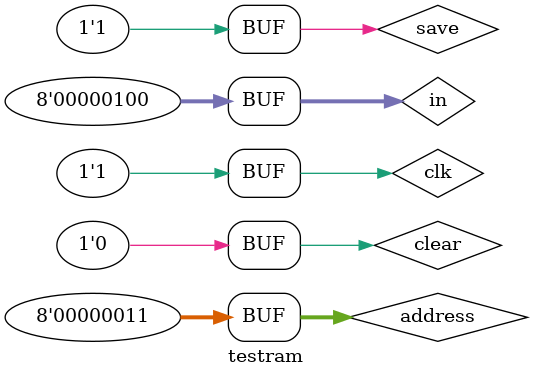
<source format=v>
`timescale 1ns / 1ps


module testram(
    );
 wire [127:0] MEM; //edit
 wire [7:0] out;
 reg [7:0]address;
 reg [7:0] in;
 reg clear;
 reg save;
 reg clk;
 wire [7:0]key;
 RAM16_8 rambo(
  .in(in),
  .add(address),
  .save(save),
  .clr(clear),
  .sky(1),
  .out(out),
  .mem(MEM),
  .clk(clk) );
  
  
  initial 
  begin
  clk=0;
  clear=1;
  save=0;
  #50
  clk=1;
  #50
  clear=0;
  save=1;
  address=0;
  in=1;
  clk=0;
  #50
  clk=1; 
  #50
  address=1;
  in=2;
  clk=0; 
  #50
  clk=1; 
  #50
  address=2;
  in=3;
  clk=0; 
  #50
  clk=1; 
  #50
  address=3;
  in=4;  
  save=0;
  clk=0; 
  #50
  clk=1; 
  #50
  save=1;
  address=4;
  in=5;
  clk=0; 
  #50
  clk=1; 
  #50
  address=5;
  in=6;
  clk=0; 
  #50
  clk=1; 
  #50
  address=6;
  in=7;  
  clk=0; 
  #50
  clk=1; 
  #50
  address=7;
  in=8;  
  clk=0;    
  #50
  clk=1;     
  #50
  clear=0;
  save=1;
  address=8;
  in=1;
  clk=0;
  #50
  clk=1; 
  #50
  address=9;
  in=2;
  clk=0; 
  #50
  clk=1; 
  #50
  address=10;
  in=3;
  clk=0; 
  #50
  clk=1; 
  #50
  address=11;
  in=4;  
  clk=0; 
  #50
  clk=1; 
  #50
  address=12;
  in=5;
  clk=0; 
  #50
  clk=1; 
  #50
  address=13;
  in=6;
  clk=0; 
  #50
  clk=1; 
  #50
  address=14;
  in=7;  
  clk=0; 
  #50
  clk=1; 
  #50
  address=15;
  in=8;  
  clk=0;    
  #50
  clk=1;     
  #50
  clk=0;
  #50
  clk=1;
  address=0;
  in=3;
  save=1;
  #50 
  clk=0;
  #50
  address=1;
  #1
    in=7;
  clk=1;
  
  #50
  clk=0;
  #50
  clk=1;
  address=2;
  in=3;
  #50
  clk=0;
  #50
  clk=1;
  address=3;
  in=4;
  

    end
         
endmodule

</source>
